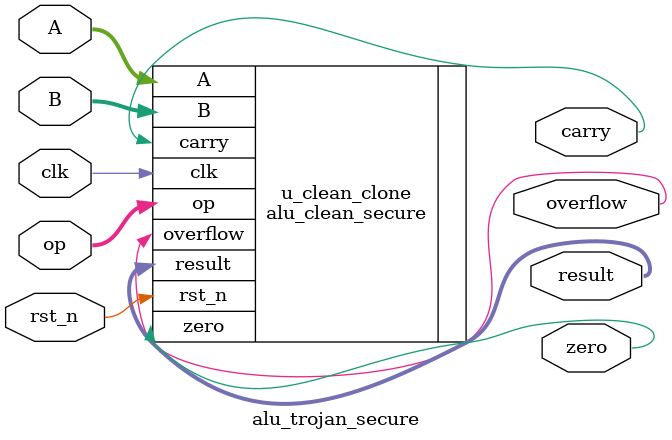
<source format=v>
module alu_trojan_secure (
    input  wire        clk,
    input  wire        rst_n,
    input  wire [3:0]  A,
    input  wire [3:0]  B,
    input  wire [1:0]  op,
    output reg  [3:0]  result,
    output reg         carry,
    output reg         zero,
    output reg         overflow
);

    // IDENTICAL to clean design (no trojan logic)
    alu_clean_secure u_clean_clone (
        .clk(clk),
        .rst_n(rst_n),
        .A(A),
        .B(B),
        .op(op),
        .result(result),
        .carry(carry),
        .zero(zero),
        .overflow(overflow)
    );

endmodule

</source>
